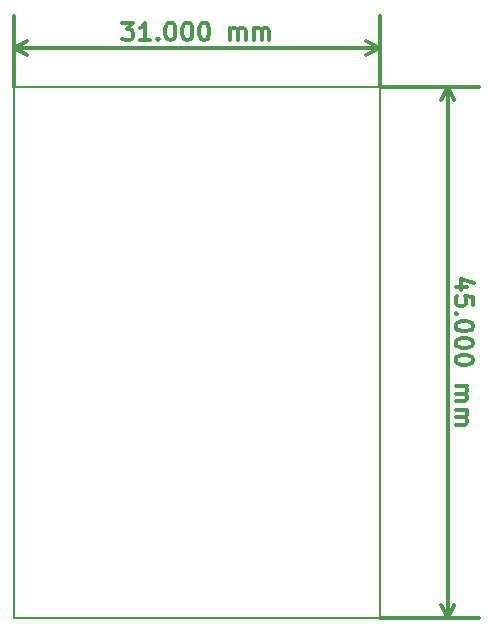
<source format=gbr>
G04 #@! TF.FileFunction,Drawing*
%FSLAX46Y46*%
G04 Gerber Fmt 4.6, Leading zero omitted, Abs format (unit mm)*
G04 Created by KiCad (PCBNEW 4.0.2+dfsg1-stable) date Die 12 Sep 2017 09:23:44 CEST*
%MOMM*%
G01*
G04 APERTURE LIST*
%ADD10C,0.100000*%
%ADD11C,0.300000*%
%ADD12C,0.150000*%
G04 APERTURE END LIST*
D10*
D11*
X9214287Y50421429D02*
X10142858Y50421429D01*
X9642858Y49850000D01*
X9857144Y49850000D01*
X10000001Y49778571D01*
X10071430Y49707143D01*
X10142858Y49564286D01*
X10142858Y49207143D01*
X10071430Y49064286D01*
X10000001Y48992857D01*
X9857144Y48921429D01*
X9428572Y48921429D01*
X9285715Y48992857D01*
X9214287Y49064286D01*
X11571429Y48921429D02*
X10714286Y48921429D01*
X11142858Y48921429D02*
X11142858Y50421429D01*
X11000001Y50207143D01*
X10857143Y50064286D01*
X10714286Y49992857D01*
X12214286Y49064286D02*
X12285714Y48992857D01*
X12214286Y48921429D01*
X12142857Y48992857D01*
X12214286Y49064286D01*
X12214286Y48921429D01*
X13214286Y50421429D02*
X13357143Y50421429D01*
X13500000Y50350000D01*
X13571429Y50278571D01*
X13642858Y50135714D01*
X13714286Y49850000D01*
X13714286Y49492857D01*
X13642858Y49207143D01*
X13571429Y49064286D01*
X13500000Y48992857D01*
X13357143Y48921429D01*
X13214286Y48921429D01*
X13071429Y48992857D01*
X13000000Y49064286D01*
X12928572Y49207143D01*
X12857143Y49492857D01*
X12857143Y49850000D01*
X12928572Y50135714D01*
X13000000Y50278571D01*
X13071429Y50350000D01*
X13214286Y50421429D01*
X14642857Y50421429D02*
X14785714Y50421429D01*
X14928571Y50350000D01*
X15000000Y50278571D01*
X15071429Y50135714D01*
X15142857Y49850000D01*
X15142857Y49492857D01*
X15071429Y49207143D01*
X15000000Y49064286D01*
X14928571Y48992857D01*
X14785714Y48921429D01*
X14642857Y48921429D01*
X14500000Y48992857D01*
X14428571Y49064286D01*
X14357143Y49207143D01*
X14285714Y49492857D01*
X14285714Y49850000D01*
X14357143Y50135714D01*
X14428571Y50278571D01*
X14500000Y50350000D01*
X14642857Y50421429D01*
X16071428Y50421429D02*
X16214285Y50421429D01*
X16357142Y50350000D01*
X16428571Y50278571D01*
X16500000Y50135714D01*
X16571428Y49850000D01*
X16571428Y49492857D01*
X16500000Y49207143D01*
X16428571Y49064286D01*
X16357142Y48992857D01*
X16214285Y48921429D01*
X16071428Y48921429D01*
X15928571Y48992857D01*
X15857142Y49064286D01*
X15785714Y49207143D01*
X15714285Y49492857D01*
X15714285Y49850000D01*
X15785714Y50135714D01*
X15857142Y50278571D01*
X15928571Y50350000D01*
X16071428Y50421429D01*
X18357142Y48921429D02*
X18357142Y49921429D01*
X18357142Y49778571D02*
X18428570Y49850000D01*
X18571428Y49921429D01*
X18785713Y49921429D01*
X18928570Y49850000D01*
X18999999Y49707143D01*
X18999999Y48921429D01*
X18999999Y49707143D02*
X19071428Y49850000D01*
X19214285Y49921429D01*
X19428570Y49921429D01*
X19571428Y49850000D01*
X19642856Y49707143D01*
X19642856Y48921429D01*
X20357142Y48921429D02*
X20357142Y49921429D01*
X20357142Y49778571D02*
X20428570Y49850000D01*
X20571428Y49921429D01*
X20785713Y49921429D01*
X20928570Y49850000D01*
X20999999Y49707143D01*
X20999999Y48921429D01*
X20999999Y49707143D02*
X21071428Y49850000D01*
X21214285Y49921429D01*
X21428570Y49921429D01*
X21571428Y49850000D01*
X21642856Y49707143D01*
X21642856Y48921429D01*
X0Y48250000D02*
X31000000Y48250000D01*
X0Y45000000D02*
X0Y50950000D01*
X31000000Y45000000D02*
X31000000Y50950000D01*
X31000000Y48250000D02*
X29873496Y47663579D01*
X31000000Y48250000D02*
X29873496Y48836421D01*
X0Y48250000D02*
X1126504Y47663579D01*
X0Y48250000D02*
X1126504Y48836421D01*
X38421429Y27999999D02*
X37421429Y27999999D01*
X38992857Y28357142D02*
X37921429Y28714285D01*
X37921429Y27785713D01*
X38921429Y26499999D02*
X38921429Y27214285D01*
X38207143Y27285714D01*
X38278571Y27214285D01*
X38350000Y27071428D01*
X38350000Y26714285D01*
X38278571Y26571428D01*
X38207143Y26499999D01*
X38064286Y26428571D01*
X37707143Y26428571D01*
X37564286Y26499999D01*
X37492857Y26571428D01*
X37421429Y26714285D01*
X37421429Y27071428D01*
X37492857Y27214285D01*
X37564286Y27285714D01*
X37564286Y25785714D02*
X37492857Y25714286D01*
X37421429Y25785714D01*
X37492857Y25857143D01*
X37564286Y25785714D01*
X37421429Y25785714D01*
X38921429Y24785714D02*
X38921429Y24642857D01*
X38850000Y24500000D01*
X38778571Y24428571D01*
X38635714Y24357142D01*
X38350000Y24285714D01*
X37992857Y24285714D01*
X37707143Y24357142D01*
X37564286Y24428571D01*
X37492857Y24500000D01*
X37421429Y24642857D01*
X37421429Y24785714D01*
X37492857Y24928571D01*
X37564286Y25000000D01*
X37707143Y25071428D01*
X37992857Y25142857D01*
X38350000Y25142857D01*
X38635714Y25071428D01*
X38778571Y25000000D01*
X38850000Y24928571D01*
X38921429Y24785714D01*
X38921429Y23357143D02*
X38921429Y23214286D01*
X38850000Y23071429D01*
X38778571Y23000000D01*
X38635714Y22928571D01*
X38350000Y22857143D01*
X37992857Y22857143D01*
X37707143Y22928571D01*
X37564286Y23000000D01*
X37492857Y23071429D01*
X37421429Y23214286D01*
X37421429Y23357143D01*
X37492857Y23500000D01*
X37564286Y23571429D01*
X37707143Y23642857D01*
X37992857Y23714286D01*
X38350000Y23714286D01*
X38635714Y23642857D01*
X38778571Y23571429D01*
X38850000Y23500000D01*
X38921429Y23357143D01*
X38921429Y21928572D02*
X38921429Y21785715D01*
X38850000Y21642858D01*
X38778571Y21571429D01*
X38635714Y21500000D01*
X38350000Y21428572D01*
X37992857Y21428572D01*
X37707143Y21500000D01*
X37564286Y21571429D01*
X37492857Y21642858D01*
X37421429Y21785715D01*
X37421429Y21928572D01*
X37492857Y22071429D01*
X37564286Y22142858D01*
X37707143Y22214286D01*
X37992857Y22285715D01*
X38350000Y22285715D01*
X38635714Y22214286D01*
X38778571Y22142858D01*
X38850000Y22071429D01*
X38921429Y21928572D01*
X37421429Y19642858D02*
X38421429Y19642858D01*
X38278571Y19642858D02*
X38350000Y19571430D01*
X38421429Y19428572D01*
X38421429Y19214287D01*
X38350000Y19071430D01*
X38207143Y19000001D01*
X37421429Y19000001D01*
X38207143Y19000001D02*
X38350000Y18928572D01*
X38421429Y18785715D01*
X38421429Y18571430D01*
X38350000Y18428572D01*
X38207143Y18357144D01*
X37421429Y18357144D01*
X37421429Y17642858D02*
X38421429Y17642858D01*
X38278571Y17642858D02*
X38350000Y17571430D01*
X38421429Y17428572D01*
X38421429Y17214287D01*
X38350000Y17071430D01*
X38207143Y17000001D01*
X37421429Y17000001D01*
X38207143Y17000001D02*
X38350000Y16928572D01*
X38421429Y16785715D01*
X38421429Y16571430D01*
X38350000Y16428572D01*
X38207143Y16357144D01*
X37421429Y16357144D01*
X36750000Y45000000D02*
X36750000Y0D01*
X31000000Y45000000D02*
X39450000Y45000000D01*
X31000000Y0D02*
X39450000Y0D01*
X36750000Y0D02*
X36163579Y1126504D01*
X36750000Y0D02*
X37336421Y1126504D01*
X36750000Y45000000D02*
X36163579Y43873496D01*
X36750000Y45000000D02*
X37336421Y43873496D01*
D12*
X0Y0D02*
X0Y45000000D01*
X31000000Y0D02*
X0Y0D01*
X31000000Y45000000D02*
X31000000Y0D01*
X0Y45000000D02*
X31000000Y45000000D01*
M02*

</source>
